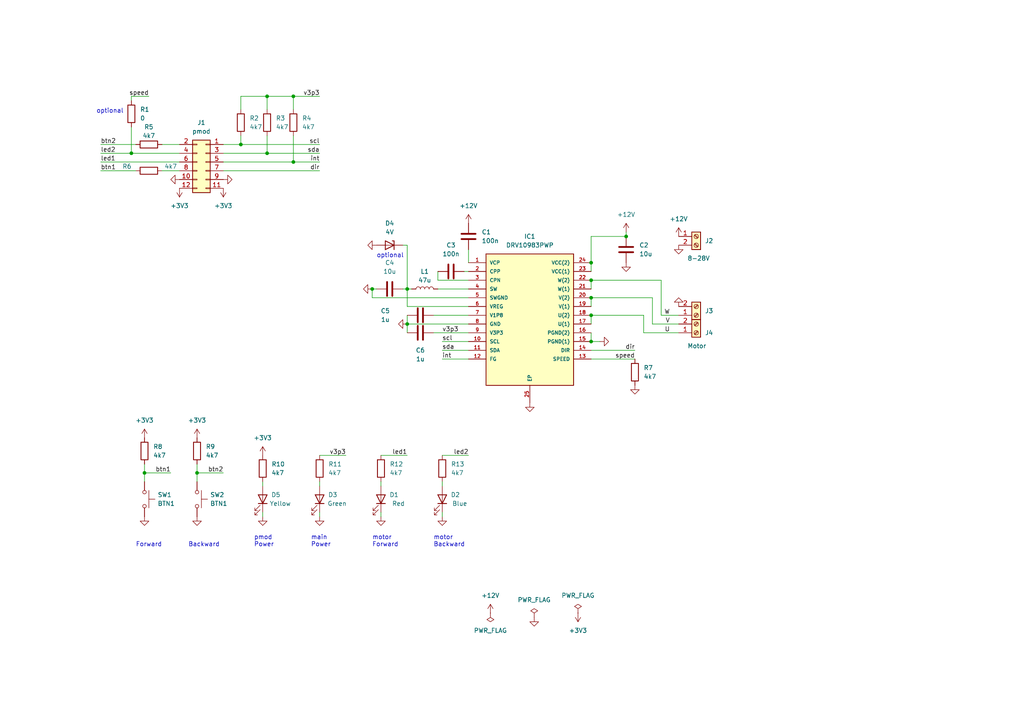
<source format=kicad_sch>
(kicad_sch (version 20230121) (generator eeschema)
  (paper "A4")
  (title_block (title "PMOD - BLDC") (date "2024-01-16") (rev "1.0") (company "S59MZ"))
  (lib_symbols
    (symbol "Connector:Screw_Terminal_01x02" (pin_names (offset 1.016) hide)
      (property "Reference" "J" (at 0 2.54 0))
      (property "Value" "Screw_Terminal_01x02" (at 0 -5.08 0))
      (symbol "Screw_Terminal_01x02_1_1"
        (rectangle (start -1.27 1.27) (end 1.27 -3.81) (stroke (width 0.254)) (fill (type background)))
        (circle (center 0 -2.54) (radius 0.635) (stroke (width 0.1524)))
        (polyline (pts (xy -0.5334 -2.2098) (xy 0.3302 -3.048)) (stroke (width 0.1524)))
        (polyline (pts (xy -0.5334 0.3302) (xy 0.3302 -0.508)) (stroke (width 0.1524)))
        (polyline (pts (xy -0.3556 -2.032) (xy 0.508 -2.8702)) (stroke (width 0.1524)))
        (polyline (pts (xy -0.3556 0.508) (xy 0.508 -0.3302)) (stroke (width 0.1524)))
        (circle (center 0 0) (radius 0.635) (stroke (width 0.1524)))
        (pin passive line (at -5.08 0 0) (length 3.81) (name "Pin_1") (number "1"))
        (pin passive line (at -5.08 -2.54 0) (length 3.81) (name "Pin_2") (number "2"))
      )
    )
    (symbol "Connector_Generic:Conn_02x06_Odd_Even" (pin_names (offset 1.016) hide)
      (property "Reference" "J" (at 1.27 7.62 0))
      (property "Value" "Conn_02x06_Odd_Even" (at 1.27 -10.16 0))
      (symbol "Conn_02x06_Odd_Even_1_1"
        (rectangle (start -1.27 -7.493) (end 0 -7.747) (stroke (width 0.1524)))
        (rectangle (start -1.27 -4.953) (end 0 -5.207) (stroke (width 0.1524)))
        (rectangle (start -1.27 -2.413) (end 0 -2.667) (stroke (width 0.1524)))
        (rectangle (start -1.27 0.127) (end 0 -0.127) (stroke (width 0.1524)))
        (rectangle (start -1.27 2.667) (end 0 2.413) (stroke (width 0.1524)))
        (rectangle (start -1.27 5.207) (end 0 4.953) (stroke (width 0.1524)))
        (rectangle (start -1.27 6.35) (end 3.81 -8.89) (stroke (width 0.254)) (fill (type background)))
        (rectangle (start 3.81 -7.493) (end 2.54 -7.747) (stroke (width 0.1524)))
        (rectangle (start 3.81 -4.953) (end 2.54 -5.207) (stroke (width 0.1524)))
        (rectangle (start 3.81 -2.413) (end 2.54 -2.667) (stroke (width 0.1524)))
        (rectangle (start 3.81 0.127) (end 2.54 -0.127) (stroke (width 0.1524)))
        (rectangle (start 3.81 2.667) (end 2.54 2.413) (stroke (width 0.1524)))
        (rectangle (start 3.81 5.207) (end 2.54 4.953) (stroke (width 0.1524)))
        (pin passive line (at -5.08 5.08 0) (length 3.81) (name "Pin_1") (number "1"))
        (pin passive line (at 7.62 -5.08 180) (length 3.81) (name "Pin_10") (number "10"))
        (pin passive line (at -5.08 -7.62 0) (length 3.81) (name "Pin_11") (number "11"))
        (pin passive line (at 7.62 -7.62 180) (length 3.81) (name "Pin_12") (number "12"))
        (pin passive line (at 7.62 5.08 180) (length 3.81) (name "Pin_2") (number "2"))
        (pin passive line (at -5.08 2.54 0) (length 3.81) (name "Pin_3") (number "3"))
        (pin passive line (at 7.62 2.54 180) (length 3.81) (name "Pin_4") (number "4"))
        (pin passive line (at -5.08 0 0) (length 3.81) (name "Pin_5") (number "5"))
        (pin passive line (at 7.62 0 180) (length 3.81) (name "Pin_6") (number "6"))
        (pin passive line (at -5.08 -2.54 0) (length 3.81) (name "Pin_7") (number "7"))
        (pin passive line (at 7.62 -2.54 180) (length 3.81) (name "Pin_8") (number "8"))
        (pin passive line (at -5.08 -5.08 0) (length 3.81) (name "Pin_9") (number "9"))
      )
    )
    (symbol "Device:C" (pin_numbers hide) (pin_names (offset 0.254))
      (property "Reference" "C" (at 0.635 2.54 0))
      (property "Value" "C" (at 0.635 -2.54 0))
      (symbol "C_0_1"
        (polyline (pts (xy -2.032 -0.762) (xy 2.032 -0.762)) (stroke (width 0.508)))
        (polyline (pts (xy -2.032 0.762) (xy 2.032 0.762)) (stroke (width 0.508)))
      )
      (symbol "C_1_1"
        (pin passive line (at 0 3.81 270) (length 2.794) (name "~") (number "1"))
        (pin passive line (at 0 -3.81 90) (length 2.794) (name "~") (number "2"))
      )
    )
    (symbol "Device:D_Zener" (pin_numbers hide) (pin_names (offset 1.016) hide)
      (property "Reference" "D" (at 0 2.54 0))
      (property "Value" "D_Zener" (at 0 -2.54 0))
      (symbol "D_Zener_0_1"
        (polyline (pts (xy 1.27 0) (xy -1.27 0)))
        (polyline (pts (xy -1.27 -1.27) (xy -1.27 1.27) (xy -0.762 1.27)) (stroke (width 0.254)))
        (polyline (pts (xy 1.27 -1.27) (xy 1.27 1.27) (xy -1.27 0) (xy 1.27 -1.27)) (stroke (width 0.254)))
      )
      (symbol "D_Zener_1_1"
        (pin passive line (at -3.81 0 0) (length 2.54) (name "K") (number "1"))
        (pin passive line (at 3.81 0 180) (length 2.54) (name "A") (number "2"))
      )
    )
    (symbol "Device:L" (pin_numbers hide) (pin_names (offset 1.016) hide)
      (property "Reference" "L" (at -1.27 0 90))
      (property "Value" "L" (at 1.905 0 90))
      (symbol "L_0_1"
        (arc (start 0 -2.54) (mid 0.6323 -1.905) (end 0 -1.27))
        (arc (start 0 -1.27) (mid 0.6323 -0.635) (end 0 0))
        (arc (start 0 0) (mid 0.6323 0.635) (end 0 1.27))
        (arc (start 0 1.27) (mid 0.6323 1.905) (end 0 2.54))
      )
      (symbol "L_1_1"
        (pin passive line (at 0 3.81 270) (length 1.27) (name "1") (number "1"))
        (pin passive line (at 0 -3.81 90) (length 1.27) (name "2") (number "2"))
      )
    )
    (symbol "Device:LED" (pin_numbers hide) (pin_names (offset 1.016) hide)
      (property "Reference" "D" (at 0 2.54 0))
      (property "Value" "LED" (at 0 -2.54 0))
      (symbol "LED_0_1"
        (polyline (pts (xy -1.27 -1.27) (xy -1.27 1.27)) (stroke (width 0.254)))
        (polyline (pts (xy -1.27 0) (xy 1.27 0)))
        (polyline (pts (xy 1.27 -1.27) (xy 1.27 1.27) (xy -1.27 0) (xy 1.27 -1.27)) (stroke (width 0.254)))
        (polyline (pts (xy -3.048 -0.762) (xy -4.572 -2.286) (xy -3.81 -2.286) (xy -4.572 -2.286) (xy -4.572 -1.524)))
        (polyline (pts (xy -1.778 -0.762) (xy -3.302 -2.286) (xy -2.54 -2.286) (xy -3.302 -2.286) (xy -3.302 -1.524)))
      )
      (symbol "LED_1_1"
        (pin passive line (at -3.81 0 0) (length 2.54) (name "K") (number "1"))
        (pin passive line (at 3.81 0 180) (length 2.54) (name "A") (number "2"))
      )
    )
    (symbol "Device:R" (pin_numbers hide) (pin_names (offset 0))
      (property "Reference" "R" (at 2.032 0 90))
      (property "Value" "R" (at 0 0 90))
      (symbol "R_0_1"
        (rectangle (start -1.016 -2.54) (end 1.016 2.54) (stroke (width 0.254)))
      )
      (symbol "R_1_1"
        (pin passive line (at 0 3.81 270) (length 1.27) (name "~") (number "1"))
        (pin passive line (at 0 -3.81 90) (length 1.27) (name "~") (number "2"))
      )
    )
    (symbol "Library:DRV10983PWP" (pin_names (offset 1.016))
      (property "Reference" "IC" (at -13.97 22.86 0))
      (property "Value" "DRV10983PWP" (at 3.81 22.86 0))
      (symbol "DRV10983PWP_0_0"
        (rectangle (start -12.7 -17.78) (end 12.7 20.32) (stroke (width 0.254)) (fill (type background)))
        (pin input line (at -17.78 17.78 0) (length 5.08) (name "VCP") (number "1"))
        (pin input line (at -17.78 -5.08 0) (length 5.08) (name "SCL") (number "10"))
        (pin input line (at -17.78 -7.62 0) (length 5.08) (name "SDA") (number "11"))
        (pin input line (at -17.78 -10.16 0) (length 5.08) (name "FG") (number "12"))
        (pin input line (at 17.78 -10.16 180) (length 5.08) (name "SPEED") (number "13"))
        (pin input line (at 17.78 -7.62 180) (length 5.08) (name "DIR") (number "14"))
        (pin input line (at 17.78 -5.08 180) (length 5.08) (name "PGND(1)") (number "15"))
        (pin input line (at 17.78 -2.54 180) (length 5.08) (name "PGND(2)") (number "16"))
        (pin input line (at 17.78 0 180) (length 5.08) (name "U(1)") (number "17"))
        (pin input line (at 17.78 2.54 180) (length 5.08) (name "U(2)") (number "18"))
        (pin input line (at 17.78 5.08 180) (length 5.08) (name "V(1)") (number "19"))
        (pin input line (at -17.78 15.24 0) (length 5.08) (name "CPP") (number "2"))
        (pin input line (at 17.78 7.62 180) (length 5.08) (name "V(2)") (number "20"))
        (pin input line (at 17.78 10.16 180) (length 5.08) (name "W(1)") (number "21"))
        (pin input line (at 17.78 12.7 180) (length 5.08) (name "W(2)") (number "22"))
        (pin input line (at 17.78 15.24 180) (length 5.08) (name "VCC(1)") (number "23"))
        (pin input line (at 17.78 17.78 180) (length 5.08) (name "VCC(2)") (number "24"))
        (pin input line (at 0 -22.86 90) (length 5.08) (name "EP") (number "25"))
        (pin input line (at -17.78 12.7 0) (length 5.08) (name "CPN") (number "3"))
        (pin input line (at -17.78 10.16 0) (length 5.08) (name "SW") (number "4"))
        (pin input line (at -17.78 7.62 0) (length 5.08) (name "SWGND") (number "5"))
        (pin input line (at -17.78 5.08 0) (length 5.08) (name "VREG") (number "6"))
        (pin input line (at -17.78 2.54 0) (length 5.08) (name "V1P8") (number "7"))
        (pin input line (at -17.78 0 0) (length 5.08) (name "GND") (number "8"))
        (pin input line (at -17.78 -2.54 0) (length 5.08) (name "V3P3") (number "9"))
      )
    )
    (symbol "PWR_FLAG_1" (power) (pin_numbers hide) (pin_names (offset 0) hide)
      (property "Value" "PWR_FLAG_1" (at 0 3.81 0))
      (symbol "PWR_FLAG_1_0_0"
        (pin power_out line (at 0 0 90) (length 0) (name "pwr") (number "1"))
      )
      (symbol "PWR_FLAG_1_0_1"
        (polyline (pts (xy 0 0) (xy 0 1.27) (xy -1.016 1.905) (xy 0 2.54) (xy 1.016 1.905) (xy 0 1.27)))
      )
    )
    (symbol "Switch:SW_Push" (pin_numbers hide) (pin_names (offset 1.016) hide)
      (property "Reference" "SW" (at 1.27 2.54 0))
      (property "Value" "SW_Push" (at 0 -1.524 0))
      (symbol "SW_Push_0_1"
        (circle (center -2.032 0) (radius 0.508))
        (polyline (pts (xy 0 1.27) (xy 0 3.048)))
        (polyline (pts (xy 2.54 1.27) (xy -2.54 1.27)))
        (circle (center 2.032 0) (radius 0.508))
        (pin passive line (at -5.08 0 0) (length 2.54) (name "1") (number "1"))
        (pin passive line (at 5.08 0 180) (length 2.54) (name "2") (number "2"))
      )
    )
    (symbol "power:+12V" (power) (pin_names (offset 0))
      (property "Value" "+12V" (at 0 3.556 0))
      (symbol "+12V_0_1"
        (polyline (pts (xy -0.762 1.27) (xy 0 2.54)))
        (polyline (pts (xy 0 0) (xy 0 2.54)))
        (polyline (pts (xy 0 2.54) (xy 0.762 1.27)))
      )
      (symbol "+12V_1_1"
        (pin power_in line (at 0 0 90) (length 0) hide (name "+12V") (number "1"))
      )
    )
    (symbol "power:+3V3" (power) (pin_names (offset 0))
      (property "Value" "+3V3" (at 0 3.556 0))
      (symbol "+3V3_0_1"
        (polyline (pts (xy -0.762 1.27) (xy 0 2.54)))
        (polyline (pts (xy 0 0) (xy 0 2.54)))
        (polyline (pts (xy 0 2.54) (xy 0.762 1.27)))
      )
      (symbol "+3V3_1_1"
        (pin power_in line (at 0 0 90) (length 0) hide (name "+3V3") (number "1"))
      )
    )
    (symbol "power:GND" (power) (pin_names (offset 0))
      (property "Value" "GND" (at 0 -3.81 0))
      (symbol "GND_0_1"
        (polyline (pts (xy 0 0) (xy 0 -1.27) (xy 1.27 -1.27) (xy 0 -2.54) (xy -1.27 -1.27) (xy 0 -1.27)))
      )
      (symbol "GND_1_1"
        (pin power_in line (at 0 0 270) (length 0) hide (name "GND") (number "1"))
      )
    )
  )
  (junction (at 118.11 93.98))
  (junction (at 85.09 46.99))
  (junction (at 77.47 27.94))
  (junction (at 38.1 44.45))
  (junction (at 77.47 44.45))
  (junction (at 171.45 99.06))
  (junction (at 41.91 137.16))
  (junction (at 118.11 83.82))
  (junction (at 171.45 76.2))
  (junction (at 171.45 81.28))
  (junction (at 107.95 83.82))
  (junction (at 69.85 41.91))
  (junction (at 181.61 68.58))
  (junction (at 171.45 91.44))
  (junction (at 57.15 137.16))
  (junction (at 85.09 27.94))
  (junction (at 171.45 86.36))
  (wire (pts (xy 184.15 104.14) (xy 171.45 104.14)))
  (wire (pts (xy 85.09 27.94) (xy 92.71 27.94)))
  (wire (pts (xy 29.21 44.45) (xy 38.1 44.45)))
  (wire (pts (xy 69.85 27.94) (xy 77.47 27.94)))
  (wire (pts (xy 57.15 134.62) (xy 57.15 137.16)))
  (wire (pts (xy 85.09 27.94) (xy 85.09 31.75)))
  (wire (pts (xy 85.09 46.99) (xy 92.71 46.99)))
  (wire (pts (xy 64.77 41.91) (xy 69.85 41.91)))
  (wire (pts (xy 191.77 91.44) (xy 196.85 91.44)))
  (wire (pts (xy 92.71 148.59) (xy 92.71 149.86)))
  (wire (pts (xy 38.1 36.83) (xy 38.1 44.45)))
  (wire (pts (xy 135.89 93.98) (xy 118.11 93.98)))
  (wire (pts (xy 77.47 27.94) (xy 85.09 27.94)))
  (wire (pts (xy 77.47 39.37) (xy 77.47 44.45)))
  (wire (pts (xy 135.89 88.9) (xy 118.11 88.9)))
  (wire (pts (xy 85.09 39.37) (xy 85.09 46.99)))
  (wire (pts (xy 107.95 83.82) (xy 109.22 83.82)))
  (wire (pts (xy 128.27 139.7) (xy 128.27 140.97)))
  (wire (pts (xy 76.2 148.59) (xy 76.2 149.86)))
  (wire (pts (xy 38.1 44.45) (xy 52.07 44.45)))
  (wire (pts (xy 46.99 41.91) (xy 52.07 41.91)))
  (wire (pts (xy 171.45 91.44) (xy 186.69 91.44)))
  (wire (pts (xy 128.27 104.14) (xy 135.89 104.14)))
  (wire (pts (xy 57.15 137.16) (xy 64.77 137.16)))
  (wire (pts (xy 38.1 27.94) (xy 43.18 27.94)))
  (wire (pts (xy 69.85 41.91) (xy 92.71 41.91)))
  (wire (pts (xy 191.77 81.28) (xy 191.77 91.44)))
  (wire (pts (xy 64.77 46.99) (xy 85.09 46.99)))
  (wire (pts (xy 41.91 137.16) (xy 41.91 139.7)))
  (wire (pts (xy 118.11 88.9) (xy 118.11 83.82)))
  (wire (pts (xy 46.99 49.53) (xy 52.07 49.53)))
  (wire (pts (xy 69.85 39.37) (xy 69.85 41.91)))
  (wire (pts (xy 92.71 132.08) (xy 100.33 132.08)))
  (wire (pts (xy 186.69 96.52) (xy 196.85 96.52)))
  (wire (pts (xy 77.47 27.94) (xy 77.47 31.75)))
  (wire (pts (xy 57.15 137.16) (xy 57.15 139.7)))
  (wire (pts (xy 127 83.82) (xy 135.89 83.82)))
  (wire (pts (xy 171.45 68.58) (xy 181.61 68.58)))
  (wire (pts (xy 171.45 81.28) (xy 171.45 83.82)))
  (wire (pts (xy 184.15 101.6) (xy 171.45 101.6)))
  (wire (pts (xy 171.45 91.44) (xy 171.45 93.98)))
  (wire (pts (xy 171.45 76.2) (xy 171.45 78.74)))
  (wire (pts (xy 92.71 139.7) (xy 92.71 140.97)))
  (wire (pts (xy 125.73 96.52) (xy 135.89 96.52)))
  (wire (pts (xy 29.21 46.99) (xy 52.07 46.99)))
  (wire (pts (xy 76.2 139.7) (xy 76.2 140.97)))
  (wire (pts (xy 41.91 134.62) (xy 41.91 137.16)))
  (wire (pts (xy 118.11 83.82) (xy 119.38 83.82)))
  (wire (pts (xy 135.89 81.28) (xy 127 81.28)))
  (wire (pts (xy 77.47 44.45) (xy 92.71 44.45)))
  (wire (pts (xy 118.11 93.98) (xy 118.11 96.52)))
  (wire (pts (xy 171.45 99.06) (xy 173.99 99.06)))
  (wire (pts (xy 125.73 91.44) (xy 135.89 91.44)))
  (wire (pts (xy 171.45 86.36) (xy 171.45 88.9)))
  (wire (pts (xy 128.27 148.59) (xy 128.27 149.86)))
  (wire (pts (xy 64.77 44.45) (xy 77.47 44.45)))
  (wire (pts (xy 118.11 91.44) (xy 118.11 93.98)))
  (wire (pts (xy 186.69 91.44) (xy 186.69 96.52)))
  (wire (pts (xy 128.27 101.6) (xy 135.89 101.6)))
  (wire (pts (xy 135.89 72.39) (xy 135.89 76.2)))
  (wire (pts (xy 134.62 78.74) (xy 135.89 78.74)))
  (wire (pts (xy 171.45 76.2) (xy 171.45 68.58)))
  (wire (pts (xy 127 78.74) (xy 127 81.28)))
  (wire (pts (xy 38.1 29.21) (xy 38.1 27.94)))
  (wire (pts (xy 64.77 49.53) (xy 92.71 49.53)))
  (wire (pts (xy 118.11 71.12) (xy 118.11 83.82)))
  (wire (pts (xy 171.45 86.36) (xy 189.23 86.36)))
  (wire (pts (xy 171.45 96.52) (xy 171.45 99.06)))
  (wire (pts (xy 189.23 93.98) (xy 196.85 93.98)))
  (wire (pts (xy 135.89 86.36) (xy 107.95 86.36)))
  (wire (pts (xy 41.91 137.16) (xy 49.53 137.16)))
  (wire (pts (xy 128.27 132.08) (xy 135.89 132.08)))
  (wire (pts (xy 107.95 86.36) (xy 107.95 83.82)))
  (wire (pts (xy 171.45 81.28) (xy 191.77 81.28)))
  (wire (pts (xy 29.21 41.91) (xy 39.37 41.91)))
  (wire (pts (xy 116.84 71.12) (xy 118.11 71.12)))
  (wire (pts (xy 110.49 132.08) (xy 118.11 132.08)))
  (wire (pts (xy 69.85 31.75) (xy 69.85 27.94)))
  (wire (pts (xy 29.21 49.53) (xy 39.37 49.53)))
  (wire (pts (xy 116.84 83.82) (xy 118.11 83.82)))
  (wire (pts (xy 110.49 139.7) (xy 110.49 140.97)))
  (wire (pts (xy 189.23 86.36) (xy 189.23 93.98)))
  (wire (pts (xy 128.27 99.06) (xy 135.89 99.06)))
  (wire (pts (xy 181.61 67.31) (xy 181.61 68.58)))
  (wire (pts (xy 110.49 148.59) (xy 110.49 149.86)))
  (text "optional" (at 27.94 33.02 0) (effects (font (size 1.27 1.27)) (justify left bottom)))
  (text "main\nPower" (at 90.17 158.75 0) (effects (font (size 1.27 1.27)) (justify left bottom)))
  (text "Backward" (at 54.61 158.75 0) (effects (font (size 1.27 1.27)) (justify left bottom)))
  (text "pmod\nPower" (at 73.66 158.75 0) (effects (font (size 1.27 1.27)) (justify left bottom)))
  (text "optional" (at 109.22 74.93 0) (effects (font (size 1.27 1.27)) (justify left bottom)))
  (text "Forward" (at 39.37 158.75 0) (effects (font (size 1.27 1.27)) (justify left bottom)))
  (text "motor\nBackward" (at 125.73 158.75 0) (effects (font (size 1.27 1.27)) (justify left bottom)))
  (text "motor\nForward" (at 107.95 158.75 0) (effects (font (size 1.27 1.27)) (justify left bottom)))
  (label "speed" (at 184.15 104.14 180))
  (label "scl" (at 92.71 41.91 180))
  (label "led2" (at 135.89 132.08 180))
  (label "U" (at 194.31 96.52 180))
  (label "dir" (at 184.15 101.6 180))
  (label "v3p3" (at 100.33 132.08 180))
  (label "btn1" (at 29.21 49.53 0))
  (label "int" (at 128.27 104.14 0))
  (label "led1" (at 118.11 132.08 180))
  (label "speed" (at 43.18 27.94 180))
  (label "int" (at 92.71 46.99 180))
  (label "led2" (at 29.21 44.45 0))
  (label "led1" (at 29.21 46.99 0))
  (label "W" (at 194.31 91.44 180))
  (label "dir" (at 92.71 49.53 180))
  (label "btn1" (at 49.53 137.16 180))
  (label "btn2" (at 29.21 41.91 0))
  (label "scl" (at 128.27 99.06 0))
  (label "sda" (at 128.27 101.6 0))
  (label "V" (at 194.31 93.98 180))
  (label "v3p3" (at 92.71 27.94 180))
  (label "v3p3" (at 128.27 96.52 0))
  (label "btn2" (at 64.77 137.16 180))
  (label "sda" (at 92.71 44.45 180))
  (symbol (lib_id "power:GND") (at 41.91 149.86 0) (unit 1)
    (property "Reference" "#PWR023" (effects hide))
    (property "Value" "GND" (effects hide))
  )
  (symbol (lib_id "power:GND") (at 64.77 52.07 90) (unit 1)
    (property "Reference" "#PWR05" (effects hide))
    (property "Value" "GND" (effects hide))
  )
  (symbol (lib_id "Device:R") (at 43.18 49.53 270) (unit 1)
    (property "Reference" "R6" (at 36.83 48.26 90))
    (property "Value" "4k7" (at 49.53 48.26 90))
    (property "Footprint" "Resistor_SMD:R_0603_1608Metric_Pad0.98x0.95mm_HandSolder" (effects hide))
  )
  (symbol (lib_id "Device:C") (at 121.92 91.44 90) (unit 1)
    (property "Reference" "C5" (at 111.76 90.17 90))
    (property "Value" "1u" (at 111.76 92.71 90))
    (property "Footprint" "Capacitor_SMD:C_0603_1608Metric_Pad1.08x0.95mm_HandSolder" (effects hide))
  )
  (symbol (lib_name "PWR_FLAG_1") (lib_id "power:PWR_FLAG") (at 142.24 177.8 0) (mirror x) (unit 1)
    (property "Reference" "#FLG01" (effects hide))
    (property "Value" "PWR_FLAG" (at 142.24 182.88 0))
  )
  (symbol (lib_id "power:GND") (at 181.61 76.2 0) (unit 1)
    (property "Reference" "#PWR013" (effects hide))
    (property "Value" "GND" (effects hide))
  )
  (symbol (lib_id "power:+3V3") (at 76.2 132.08 0) (mirror y) (unit 1)
    (property "Reference" "#PWR022" (effects hide))
    (property "Value" "+3V3" (at 76.2 127 0))
  )
  (symbol (lib_id "Device:R") (at 57.15 130.81 0) (unit 1)
    (property "Reference" "R9" (at 59.69 129.54 0) (effects (justify left)))
    (property "Value" "4k7" (at 59.69 132.08 0) (effects (justify left)))
    (property "Footprint" "Resistor_SMD:R_0603_1608Metric_Pad0.98x0.95mm_HandSolder" (effects hide))
  )
  (symbol (lib_id "Device:D_Zener") (at 113.03 71.12 0) (mirror y) (unit 1)
    (property "Reference" "D4" (at 113.03 64.77 0))
    (property "Value" "4V" (at 113.03 67.31 0))
    (property "Footprint" "Diode_SMD:D_0603_1608Metric_Pad1.05x0.95mm_HandSolder" (effects hide))
  )
  (symbol (lib_id "power:GND") (at 153.67 116.84 0) (unit 1)
    (property "Reference" "#PWR019" (effects hide))
    (property "Value" "GND" (effects hide))
  )
  (symbol (lib_id "power:GND") (at 107.95 83.82 270) (mirror x) (unit 1)
    (property "Reference" "#PWR014" (effects hide))
    (property "Value" "GND" (effects hide))
  )
  (symbol (lib_id "power:+3V3") (at 52.07 54.61 180) (unit 1)
    (property "Reference" "#PWR06" (effects hide))
    (property "Value" "+3V3" (at 52.07 59.69 0))
  )
  (symbol (lib_id "Device:R") (at 184.15 107.95 0) (unit 1)
    (property "Reference" "R7" (at 186.69 106.68 0) (effects (justify left)))
    (property "Value" "4k7" (at 186.69 109.22 0) (effects (justify left)))
    (property "Footprint" "Resistor_SMD:R_0603_1608Metric_Pad0.98x0.95mm_HandSolder" (effects hide))
  )
  (symbol (lib_id "power:GND") (at 196.85 88.9 0) (mirror x) (unit 1)
    (property "Reference" "#PWR015" (effects hide))
    (property "Value" "GND" (effects hide))
  )
  (symbol (lib_id "Connector_Generic:Conn_02x06_Odd_Even") (at 59.69 46.99 0) (mirror y) (unit 1)
    (property "Reference" "J1" (at 58.42 35.56 0))
    (property "Value" "pmod" (at 58.42 38.1 0))
    (property "Footprint" "Library:PinHeader_2x06_P2.54mm_Horizontal" (effects hide))
    (property "LCSC" "C2911299" (effects hide))
  )
  (symbol (lib_id "power:GND") (at 184.15 111.76 0) (unit 1)
    (property "Reference" "#PWR018" (effects hide))
    (property "Value" "GND" (effects hide))
  )
  (symbol (lib_id "Device:R") (at 77.47 35.56 0) (unit 1)
    (property "Reference" "R3" (at 80.01 34.29 0) (effects (justify left)))
    (property "Value" "4k7" (at 80.01 36.83 0) (effects (justify left)))
    (property "Footprint" "Resistor_SMD:R_0603_1608Metric_Pad0.98x0.95mm_HandSolder" (effects hide))
  )
  (symbol (lib_id "Device:R") (at 92.71 135.89 0) (unit 1)
    (property "Reference" "R11" (at 95.25 134.62 0) (effects (justify left)))
    (property "Value" "4k7" (at 95.25 137.16 0) (effects (justify left)))
    (property "Footprint" "Resistor_SMD:R_0603_1608Metric_Pad0.98x0.95mm_HandSolder" (effects hide))
  )
  (symbol (lib_id "Device:R") (at 76.2 135.89 0) (unit 1)
    (property "Reference" "R10" (at 78.74 134.62 0) (effects (justify left)))
    (property "Value" "4k7" (at 78.74 137.16 0) (effects (justify left)))
    (property "Footprint" "Resistor_SMD:R_0603_1608Metric_Pad0.98x0.95mm_HandSolder" (effects hide))
  )
  (symbol (lib_id "power:GND") (at 76.2 149.86 0) (unit 1)
    (property "Reference" "#PWR025" (effects hide))
    (property "Value" "GND" (effects hide))
  )
  (symbol (lib_id "power:GND") (at 154.94 179.07 0) (unit 1)
    (property "Reference" "#PWR031" (effects hide))
    (property "Value" "GND" (effects hide))
  )
  (symbol (lib_id "power:+12V") (at 135.89 64.77 0) (unit 1)
    (property "Reference" "#PWR08" (effects hide))
    (property "Value" "+12V" (at 135.89 59.69 0))
  )
  (symbol (lib_id "power:GND") (at 109.22 71.12 270) (mirror x) (unit 1)
    (property "Reference" "#PWR011" (effects hide))
    (property "Value" "GND" (effects hide))
  )
  (symbol (lib_id "power:GND") (at 128.27 149.86 0) (unit 1)
    (property "Reference" "#PWR028" (effects hide))
    (property "Value" "GND" (effects hide))
  )
  (symbol (lib_id "power:GND") (at 118.11 93.98 270) (mirror x) (unit 1)
    (property "Reference" "#PWR016" (effects hide))
    (property "Value" "GND" (effects hide))
  )
  (symbol (lib_id "Library:DRV10983PWP") (at 153.67 93.98 0) (unit 1)
    (property "Reference" "IC1" (at 153.67 68.58 0))
    (property "Value" "DRV10983PWP" (at 153.67 71.12 0))
    (property "Footprint" "Package_SO:HTSSOP-24-1EP_4.4x7.8mm_P0.65mm_EP3.4x7.8mm_Mask2.4x4.68mm_ThermalVias" (effects hide))
    (property "Datasheet" "https://www.ti.com/lit/ds/symlink/drv10983.pdf" (effects hide))
    (property "MANUFACTURER_NAME" "Texas Instruments" (effects hide))
    (property "MF" "Texas Instruments" (effects hide))
    (property "DESCRIPTION" "Motor / Motion / Ignition Controllers & Drivers 24V,3 Ph Sensorless BLDC Motor Cntrlr" (effects hide))
    (property "RS_PART_NUMBER" "9142948" (effects hide))
    (property "Purchase-URL" "https://www.snapeda.com/api/url_track_click_mouser/?unipart_id=553808&manufacturer=Texas Instruments&part_name=DRV10983PWP&search_term=drv10983" (effects hide))
    (property "Price" "None" (effects hide))
    (property "Package" "HTSSOP-24 Texas Instruments" (effects hide))
    (property "Check_prices" "https://www.snapeda.com/parts/DRV10983PWP/Texas+Instruments/view-part/?ref=eda" (effects hide))
    (property "HEIGHT" "1.2mm" (effects hide))
    (property "SnapEDA_Link" "https://www.snapeda.com/parts/DRV10983PWP/Texas+Instruments/view-part/?ref=snap" (effects hide))
    (property "MP" "DRV10983PWP" (effects hide))
    (property "SUPPLIER_NAME" "RS" (effects hide))
    (property "Description" "\n24-V nominal, 3-A peak sensorless sinusoidal control 3-phase BLDC motor driver\n" (effects hide))
    (property "Availability" "In Stock" (effects hide))
    (property "MANUFACTURER_PART_NUMBER" "DRV10983PWP" (effects hide))
    (property "LCSC" "C115806" (effects hide))
  )
  (symbol (lib_id "Device:R") (at 41.91 130.81 0) (unit 1)
    (property "Reference" "R8" (at 44.45 129.54 0) (effects (justify left)))
    (property "Value" "4k7" (at 44.45 132.08 0) (effects (justify left)))
    (property "Footprint" "Resistor_SMD:R_0603_1608Metric_Pad0.98x0.95mm_HandSolder" (effects hide))
  )
  (symbol (lib_id "Device:LED") (at 110.49 144.78 270) (mirror x) (unit 1)
    (property "Reference" "D1" (at 114.3 143.51 90))
    (property "Value" "Red" (at 115.57 146.05 90))
    (property "Footprint" "LED_SMD:LED_0603_1608Metric_Pad1.05x0.95mm_HandSolder" (effects hide))
  )
  (symbol (lib_id "power:GND") (at 110.49 149.86 0) (unit 1)
    (property "Reference" "#PWR027" (effects hide))
    (property "Value" "GND" (effects hide))
  )
  (symbol (lib_id "power:+12V") (at 181.61 67.31 0) (unit 1)
    (property "Reference" "#PWR09" (effects hide))
    (property "Value" "+12V" (at 181.61 62.23 0))
  )
  (symbol (lib_id "Switch:SW_Push") (at 57.15 144.78 270) (unit 1)
    (property "Reference" "SW2" (at 60.96 143.51 90) (effects (justify left)))
    (property "Value" "BTN1" (at 60.96 146.05 90) (effects (justify left)))
    (property "Footprint" "Button_Switch_SMD:SW_SPST_CK_RS282G05A3" (effects hide))
    (property "LCSC" "C255802" (effects hide))
  )
  (symbol (lib_id "Device:LED") (at 128.27 144.78 270) (mirror x) (unit 1)
    (property "Reference" "D2" (at 132.08 143.51 90))
    (property "Value" "Blue" (at 133.35 146.05 90))
    (property "Footprint" "LED_SMD:LED_0603_1608Metric_Pad1.05x0.95mm_HandSolder" (effects hide))
  )
  (symbol (lib_id "power:GND") (at 173.99 99.06 90) (unit 1)
    (property "Reference" "#PWR017" (effects hide))
    (property "Value" "GND" (effects hide))
  )
  (symbol (lib_id "Switch:SW_Push") (at 41.91 144.78 270) (unit 1)
    (property "Reference" "SW1" (at 45.72 143.51 90) (effects (justify left)))
    (property "Value" "BTN1" (at 45.72 146.05 90) (effects (justify left)))
    (property "Footprint" "Button_Switch_SMD:SW_SPST_CK_RS282G05A3" (effects hide))
    (property "LCSC" "C255802" (effects hide))
  )
  (symbol (lib_id "power:GND") (at 196.85 71.12 0) (unit 1)
    (property "Reference" "#PWR012" (effects hide))
    (property "Value" "GND" (effects hide))
  )
  (symbol (lib_id "Device:R") (at 38.1 33.02 0) (unit 1)
    (property "Reference" "R1" (at 40.64 31.75 0) (effects (justify left)))
    (property "Value" "0" (at 40.64 34.29 0) (effects (justify left)))
    (property "Footprint" "Resistor_SMD:R_0603_1608Metric_Pad0.98x0.95mm_HandSolder" (effects hide))
  )
  (symbol (lib_id "power:+3V3") (at 41.91 127 0) (unit 1)
    (property "Reference" "#PWR020" (effects hide))
    (property "Value" "+3V3" (at 41.91 121.92 0))
  )
  (symbol (lib_id "Connector:Screw_Terminal_01x02") (at 201.93 96.52 0) (mirror x) (unit 1)
    (property "Reference" "J4" (at 204.47 96.52 0) (effects (justify left)))
    (property "Value" "Motor" (at 199.39 100.33 0) (effects (justify left)))
    (property "Footprint" "Library:TerminalBlock_bornier-2_P5.08mm" (effects hide))
    (property "LCSC" "C474952" (effects hide))
  )
  (symbol (lib_id "Device:C") (at 113.03 83.82 90) (unit 1)
    (property "Reference" "C4" (at 113.03 76.2 90))
    (property "Value" "10u" (at 113.03 78.74 90))
    (property "Footprint" "Capacitor_SMD:C_0603_1608Metric_Pad1.08x0.95mm_HandSolder" (effects hide))
  )
  (symbol (lib_id "Device:C") (at 121.92 96.52 90) (unit 1)
    (property "Reference" "C6" (at 121.92 101.6 90))
    (property "Value" "1u" (at 121.92 104.14 90))
    (property "Footprint" "Capacitor_SMD:C_0603_1608Metric_Pad1.08x0.95mm_HandSolder" (effects hide))
  )
  (symbol (lib_id "power:+12V") (at 142.24 177.8 0) (unit 1)
    (property "Reference" "#PWR029" (effects hide))
    (property "Value" "+12V" (at 142.24 172.72 0))
  )
  (symbol (lib_id "Device:L") (at 123.19 83.82 90) (unit 1)
    (property "Reference" "L1" (at 123.19 78.74 90))
    (property "Value" "47u" (at 123.19 81.28 90))
    (property "Footprint" "Inductor_SMD:L_0603_1608Metric_Pad1.05x0.95mm_HandSolder" (effects hide))
  )
  (symbol (lib_id "Device:C") (at 135.89 68.58 0) (unit 1)
    (property "Reference" "C1" (at 139.7 67.3099 0) (effects (justify left)))
    (property "Value" "100n" (at 139.7 69.8499 0) (effects (justify left)))
    (property "Footprint" "Capacitor_SMD:C_0603_1608Metric_Pad1.08x0.95mm_HandSolder" (effects hide))
  )
  (symbol (lib_id "power:+3V3") (at 167.64 177.8 180) (unit 1)
    (property "Reference" "#PWR030" (effects hide))
    (property "Value" "+3V3" (at 167.64 182.88 0))
  )
  (symbol (lib_id "Device:R") (at 43.18 41.91 270) (unit 1)
    (property "Reference" "R5" (at 43.18 36.83 90))
    (property "Value" "4k7" (at 43.18 39.37 90))
    (property "Footprint" "Resistor_SMD:R_0603_1608Metric_Pad0.98x0.95mm_HandSolder" (effects hide))
  )
  (symbol (lib_id "Connector:Screw_Terminal_01x02") (at 201.93 91.44 0) (mirror x) (unit 1)
    (property "Reference" "J3" (at 204.47 90.17 0) (effects (justify left)))
    (property "Value" "motor" (effects hide))
    (property "Footprint" "Library:TerminalBlock_bornier-2_P5.08mm" (effects hide))
    (property "LCSC" "C474952" (effects hide))
  )
  (symbol (lib_id "Device:LED") (at 92.71 144.78 270) (mirror x) (unit 1)
    (property "Reference" "D3" (at 96.52 143.51 90))
    (property "Value" "Green" (at 97.79 146.05 90))
    (property "Footprint" "LED_SMD:LED_0603_1608Metric_Pad1.05x0.95mm_HandSolder" (effects hide))
  )
  (symbol (lib_id "power:+3V3") (at 64.77 54.61 180) (unit 1)
    (property "Reference" "#PWR07" (effects hide))
    (property "Value" "+3V3" (at 64.77 59.69 0))
  )
  (symbol (lib_id "power:GND") (at 52.07 52.07 270) (mirror x) (unit 1)
    (property "Reference" "#PWR04" (effects hide))
    (property "Value" "GND" (effects hide))
  )
  (symbol (lib_id "Device:R") (at 110.49 135.89 0) (unit 1)
    (property "Reference" "R12" (at 113.03 134.62 0) (effects (justify left)))
    (property "Value" "4k7" (at 113.03 137.16 0) (effects (justify left)))
    (property "Footprint" "Resistor_SMD:R_0603_1608Metric_Pad0.98x0.95mm_HandSolder" (effects hide))
  )
  (symbol (lib_id "Device:LED") (at 76.2 144.78 270) (mirror x) (unit 1)
    (property "Reference" "D5" (at 80.01 143.51 90))
    (property "Value" "Yellow" (at 81.28 146.05 90))
    (property "Footprint" "LED_SMD:LED_0603_1608Metric_Pad1.05x0.95mm_HandSolder" (effects hide))
  )
  (symbol (lib_id "power:GND") (at 92.71 149.86 0) (unit 1)
    (property "Reference" "#PWR026" (effects hide))
    (property "Value" "GND" (effects hide))
  )
  (symbol (lib_id "power:GND") (at 57.15 149.86 0) (unit 1)
    (property "Reference" "#PWR024" (effects hide))
    (property "Value" "GND" (effects hide))
  )
  (symbol (lib_id "Device:C") (at 130.81 78.74 90) (unit 1)
    (property "Reference" "C3" (at 130.81 71.12 90))
    (property "Value" "100n" (at 130.81 73.66 90))
    (property "Footprint" "Capacitor_SMD:C_0603_1608Metric_Pad1.08x0.95mm_HandSolder" (effects hide))
  )
  (symbol (lib_id "Device:R") (at 85.09 35.56 0) (unit 1)
    (property "Reference" "R4" (at 87.63 34.29 0) (effects (justify left)))
    (property "Value" "4k7" (at 87.63 36.83 0) (effects (justify left)))
    (property "Footprint" "Resistor_SMD:R_0603_1608Metric_Pad0.98x0.95mm_HandSolder" (effects hide))
  )
  (symbol (lib_name "PWR_FLAG_1") (lib_id "power:PWR_FLAG") (at 154.94 179.07 0) (unit 1)
    (property "Reference" "#FLG03" (effects hide))
    (property "Value" "PWR_FLAG" (at 154.94 173.99 0))
  )
  (symbol (lib_id "Connector:Screw_Terminal_01x02") (at 201.93 68.58 0) (unit 1)
    (property "Reference" "J2" (at 204.47 69.85 0) (effects (justify left)))
    (property "Value" "8-28V" (at 199.39 74.93 0) (effects (justify left)))
    (property "Footprint" "Library:TerminalBlock_bornier-2_P5.08mm" (effects hide))
    (property "LCSC" "C474952" (effects hide))
  )
  (symbol (lib_id "Device:R") (at 69.85 35.56 0) (unit 1)
    (property "Reference" "R2" (at 72.39 34.29 0) (effects (justify left)))
    (property "Value" "4k7" (at 72.39 36.83 0) (effects (justify left)))
    (property "Footprint" "Resistor_SMD:R_0603_1608Metric_Pad0.98x0.95mm_HandSolder" (effects hide))
  )
  (symbol (lib_id "Device:C") (at 181.61 72.39 0) (unit 1)
    (property "Reference" "C2" (at 185.42 71.12 0) (effects (justify left)))
    (property "Value" "10u" (at 185.42 73.66 0) (effects (justify left)))
    (property "Footprint" "Capacitor_SMD:C_1210_3225Metric_Pad1.33x2.70mm_HandSolder" (effects hide))
  )
  (symbol (lib_id "power:+3V3") (at 57.15 127 0) (unit 1)
    (property "Reference" "#PWR021" (effects hide))
    (property "Value" "+3V3" (at 57.15 121.92 0))
  )
  (symbol (lib_id "Device:R") (at 128.27 135.89 0) (unit 1)
    (property "Reference" "R13" (at 130.81 134.62 0) (effects (justify left)))
    (property "Value" "4k7" (at 130.81 137.16 0) (effects (justify left)))
    (property "Footprint" "Resistor_SMD:R_0603_1608Metric_Pad0.98x0.95mm_HandSolder" (effects hide))
  )
  (symbol (lib_name "PWR_FLAG_1") (lib_id "power:PWR_FLAG") (at 167.64 177.8 0) (unit 1)
    (property "Reference" "#FLG02" (effects hide))
    (property "Value" "PWR_FLAG" (at 167.64 172.72 0))
  )
  (symbol (lib_id "power:+12V") (at 196.85 68.58 0) (unit 1)
    (property "Reference" "#PWR010" (effects hide))
    (property "Value" "+12V" (at 196.85 63.5 0))
  )
)
</source>
